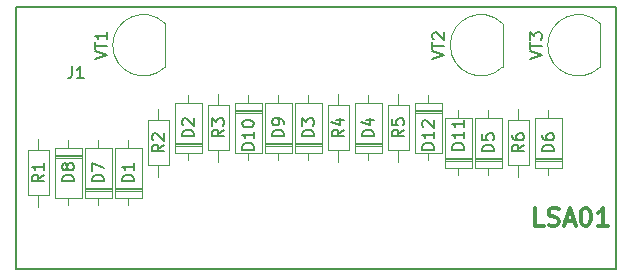
<source format=gbr>
G04 #@! TF.GenerationSoftware,KiCad,Pcbnew,(5.0.0)*
G04 #@! TF.CreationDate,2019-01-17T16:00:18+00:00*
G04 #@! TF.ProjectId,LS01,4C5330312E6B696361645F7063620000,rev?*
G04 #@! TF.SameCoordinates,Original*
G04 #@! TF.FileFunction,Legend,Top*
G04 #@! TF.FilePolarity,Positive*
%FSLAX46Y46*%
G04 Gerber Fmt 4.6, Leading zero omitted, Abs format (unit mm)*
G04 Created by KiCad (PCBNEW (5.0.0)) date 01/17/19 16:00:18*
%MOMM*%
%LPD*%
G01*
G04 APERTURE LIST*
%ADD10C,0.300000*%
%ADD11C,0.120000*%
%ADD12C,0.150000*%
G04 APERTURE END LIST*
D10*
X139918571Y-56558571D02*
X139204285Y-56558571D01*
X139204285Y-55058571D01*
X140347142Y-56487142D02*
X140561428Y-56558571D01*
X140918571Y-56558571D01*
X141061428Y-56487142D01*
X141132857Y-56415714D01*
X141204285Y-56272857D01*
X141204285Y-56130000D01*
X141132857Y-55987142D01*
X141061428Y-55915714D01*
X140918571Y-55844285D01*
X140632857Y-55772857D01*
X140490000Y-55701428D01*
X140418571Y-55630000D01*
X140347142Y-55487142D01*
X140347142Y-55344285D01*
X140418571Y-55201428D01*
X140490000Y-55130000D01*
X140632857Y-55058571D01*
X140990000Y-55058571D01*
X141204285Y-55130000D01*
X141775714Y-56130000D02*
X142490000Y-56130000D01*
X141632857Y-56558571D02*
X142132857Y-55058571D01*
X142632857Y-56558571D01*
X143418571Y-55058571D02*
X143561428Y-55058571D01*
X143704285Y-55130000D01*
X143775714Y-55201428D01*
X143847142Y-55344285D01*
X143918571Y-55630000D01*
X143918571Y-55987142D01*
X143847142Y-56272857D01*
X143775714Y-56415714D01*
X143704285Y-56487142D01*
X143561428Y-56558571D01*
X143418571Y-56558571D01*
X143275714Y-56487142D01*
X143204285Y-56415714D01*
X143132857Y-56272857D01*
X143061428Y-55987142D01*
X143061428Y-55630000D01*
X143132857Y-55344285D01*
X143204285Y-55201428D01*
X143275714Y-55130000D01*
X143418571Y-55058571D01*
X145347142Y-56558571D02*
X144490000Y-56558571D01*
X144918571Y-56558571D02*
X144918571Y-55058571D01*
X144775714Y-55272857D01*
X144632857Y-55415714D01*
X144490000Y-55487142D01*
D11*
G04 #@! TO.C,R1*
X98075000Y-50150000D02*
X96235000Y-50150000D01*
X96235000Y-50150000D02*
X96235000Y-53990000D01*
X96235000Y-53990000D02*
X98075000Y-53990000D01*
X98075000Y-53990000D02*
X98075000Y-50150000D01*
X97155000Y-49200000D02*
X97155000Y-50150000D01*
X97155000Y-54940000D02*
X97155000Y-53990000D01*
G04 #@! TO.C,D1*
X103655000Y-54190000D02*
X105895000Y-54190000D01*
X105895000Y-54190000D02*
X105895000Y-49950000D01*
X105895000Y-49950000D02*
X103655000Y-49950000D01*
X103655000Y-49950000D02*
X103655000Y-54190000D01*
X104775000Y-54840000D02*
X104775000Y-54190000D01*
X104775000Y-49300000D02*
X104775000Y-49950000D01*
X103655000Y-53470000D02*
X105895000Y-53470000D01*
X103655000Y-53350000D02*
X105895000Y-53350000D01*
X103655000Y-53590000D02*
X105895000Y-53590000D01*
G04 #@! TO.C,D2*
X108735000Y-50380000D02*
X110975000Y-50380000D01*
X110975000Y-50380000D02*
X110975000Y-46140000D01*
X110975000Y-46140000D02*
X108735000Y-46140000D01*
X108735000Y-46140000D02*
X108735000Y-50380000D01*
X109855000Y-51030000D02*
X109855000Y-50380000D01*
X109855000Y-45490000D02*
X109855000Y-46140000D01*
X108735000Y-49660000D02*
X110975000Y-49660000D01*
X108735000Y-49540000D02*
X110975000Y-49540000D01*
X108735000Y-49780000D02*
X110975000Y-49780000D01*
G04 #@! TO.C,D3*
X118895000Y-50380000D02*
X121135000Y-50380000D01*
X121135000Y-50380000D02*
X121135000Y-46140000D01*
X121135000Y-46140000D02*
X118895000Y-46140000D01*
X118895000Y-46140000D02*
X118895000Y-50380000D01*
X120015000Y-51030000D02*
X120015000Y-50380000D01*
X120015000Y-45490000D02*
X120015000Y-46140000D01*
X118895000Y-49660000D02*
X121135000Y-49660000D01*
X118895000Y-49540000D02*
X121135000Y-49540000D01*
X118895000Y-49780000D02*
X121135000Y-49780000D01*
G04 #@! TO.C,D4*
X123975000Y-50380000D02*
X126215000Y-50380000D01*
X126215000Y-50380000D02*
X126215000Y-46140000D01*
X126215000Y-46140000D02*
X123975000Y-46140000D01*
X123975000Y-46140000D02*
X123975000Y-50380000D01*
X125095000Y-51030000D02*
X125095000Y-50380000D01*
X125095000Y-45490000D02*
X125095000Y-46140000D01*
X123975000Y-49660000D02*
X126215000Y-49660000D01*
X123975000Y-49540000D02*
X126215000Y-49540000D01*
X123975000Y-49780000D02*
X126215000Y-49780000D01*
G04 #@! TO.C,D5*
X134135000Y-51650000D02*
X136375000Y-51650000D01*
X136375000Y-51650000D02*
X136375000Y-47410000D01*
X136375000Y-47410000D02*
X134135000Y-47410000D01*
X134135000Y-47410000D02*
X134135000Y-51650000D01*
X135255000Y-52300000D02*
X135255000Y-51650000D01*
X135255000Y-46760000D02*
X135255000Y-47410000D01*
X134135000Y-50930000D02*
X136375000Y-50930000D01*
X134135000Y-50810000D02*
X136375000Y-50810000D01*
X134135000Y-51050000D02*
X136375000Y-51050000D01*
G04 #@! TO.C,D6*
X139215000Y-51650000D02*
X141455000Y-51650000D01*
X141455000Y-51650000D02*
X141455000Y-47410000D01*
X141455000Y-47410000D02*
X139215000Y-47410000D01*
X139215000Y-47410000D02*
X139215000Y-51650000D01*
X140335000Y-52300000D02*
X140335000Y-51650000D01*
X140335000Y-46760000D02*
X140335000Y-47410000D01*
X139215000Y-50930000D02*
X141455000Y-50930000D01*
X139215000Y-50810000D02*
X141455000Y-50810000D01*
X139215000Y-51050000D02*
X141455000Y-51050000D01*
G04 #@! TO.C,D7*
X101115000Y-54190000D02*
X103355000Y-54190000D01*
X103355000Y-54190000D02*
X103355000Y-49950000D01*
X103355000Y-49950000D02*
X101115000Y-49950000D01*
X101115000Y-49950000D02*
X101115000Y-54190000D01*
X102235000Y-54840000D02*
X102235000Y-54190000D01*
X102235000Y-49300000D02*
X102235000Y-49950000D01*
X101115000Y-53470000D02*
X103355000Y-53470000D01*
X101115000Y-53350000D02*
X103355000Y-53350000D01*
X101115000Y-53590000D02*
X103355000Y-53590000D01*
G04 #@! TO.C,D8*
X100815000Y-49950000D02*
X98575000Y-49950000D01*
X98575000Y-49950000D02*
X98575000Y-54190000D01*
X98575000Y-54190000D02*
X100815000Y-54190000D01*
X100815000Y-54190000D02*
X100815000Y-49950000D01*
X99695000Y-49300000D02*
X99695000Y-49950000D01*
X99695000Y-54840000D02*
X99695000Y-54190000D01*
X100815000Y-50670000D02*
X98575000Y-50670000D01*
X100815000Y-50790000D02*
X98575000Y-50790000D01*
X100815000Y-50550000D02*
X98575000Y-50550000D01*
G04 #@! TO.C,D9*
X116355000Y-50380000D02*
X118595000Y-50380000D01*
X118595000Y-50380000D02*
X118595000Y-46140000D01*
X118595000Y-46140000D02*
X116355000Y-46140000D01*
X116355000Y-46140000D02*
X116355000Y-50380000D01*
X117475000Y-51030000D02*
X117475000Y-50380000D01*
X117475000Y-45490000D02*
X117475000Y-46140000D01*
X116355000Y-49660000D02*
X118595000Y-49660000D01*
X116355000Y-49540000D02*
X118595000Y-49540000D01*
X116355000Y-49780000D02*
X118595000Y-49780000D01*
G04 #@! TO.C,D10*
X116055000Y-46140000D02*
X113815000Y-46140000D01*
X113815000Y-46140000D02*
X113815000Y-50380000D01*
X113815000Y-50380000D02*
X116055000Y-50380000D01*
X116055000Y-50380000D02*
X116055000Y-46140000D01*
X114935000Y-45490000D02*
X114935000Y-46140000D01*
X114935000Y-51030000D02*
X114935000Y-50380000D01*
X116055000Y-46860000D02*
X113815000Y-46860000D01*
X116055000Y-46980000D02*
X113815000Y-46980000D01*
X116055000Y-46740000D02*
X113815000Y-46740000D01*
G04 #@! TO.C,D11*
X131595000Y-51650000D02*
X133835000Y-51650000D01*
X133835000Y-51650000D02*
X133835000Y-47410000D01*
X133835000Y-47410000D02*
X131595000Y-47410000D01*
X131595000Y-47410000D02*
X131595000Y-51650000D01*
X132715000Y-52300000D02*
X132715000Y-51650000D01*
X132715000Y-46760000D02*
X132715000Y-47410000D01*
X131595000Y-50930000D02*
X133835000Y-50930000D01*
X131595000Y-50810000D02*
X133835000Y-50810000D01*
X131595000Y-51050000D02*
X133835000Y-51050000D01*
G04 #@! TO.C,D12*
X131295000Y-46140000D02*
X129055000Y-46140000D01*
X129055000Y-46140000D02*
X129055000Y-50380000D01*
X129055000Y-50380000D02*
X131295000Y-50380000D01*
X131295000Y-50380000D02*
X131295000Y-46140000D01*
X130175000Y-45490000D02*
X130175000Y-46140000D01*
X130175000Y-51030000D02*
X130175000Y-50380000D01*
X131295000Y-46860000D02*
X129055000Y-46860000D01*
X131295000Y-46980000D02*
X129055000Y-46980000D01*
X131295000Y-46740000D02*
X129055000Y-46740000D01*
G04 #@! TO.C,R2*
X106395000Y-51450000D02*
X108235000Y-51450000D01*
X108235000Y-51450000D02*
X108235000Y-47610000D01*
X108235000Y-47610000D02*
X106395000Y-47610000D01*
X106395000Y-47610000D02*
X106395000Y-51450000D01*
X107315000Y-52400000D02*
X107315000Y-51450000D01*
X107315000Y-46660000D02*
X107315000Y-47610000D01*
G04 #@! TO.C,R3*
X113315000Y-46340000D02*
X111475000Y-46340000D01*
X111475000Y-46340000D02*
X111475000Y-50180000D01*
X111475000Y-50180000D02*
X113315000Y-50180000D01*
X113315000Y-50180000D02*
X113315000Y-46340000D01*
X112395000Y-45390000D02*
X112395000Y-46340000D01*
X112395000Y-51130000D02*
X112395000Y-50180000D01*
G04 #@! TO.C,R4*
X121635000Y-50180000D02*
X123475000Y-50180000D01*
X123475000Y-50180000D02*
X123475000Y-46340000D01*
X123475000Y-46340000D02*
X121635000Y-46340000D01*
X121635000Y-46340000D02*
X121635000Y-50180000D01*
X122555000Y-51130000D02*
X122555000Y-50180000D01*
X122555000Y-45390000D02*
X122555000Y-46340000D01*
G04 #@! TO.C,R5*
X128555000Y-46340000D02*
X126715000Y-46340000D01*
X126715000Y-46340000D02*
X126715000Y-50180000D01*
X126715000Y-50180000D02*
X128555000Y-50180000D01*
X128555000Y-50180000D02*
X128555000Y-46340000D01*
X127635000Y-45390000D02*
X127635000Y-46340000D01*
X127635000Y-51130000D02*
X127635000Y-50180000D01*
G04 #@! TO.C,R6*
X136875000Y-51450000D02*
X138715000Y-51450000D01*
X138715000Y-51450000D02*
X138715000Y-47610000D01*
X138715000Y-47610000D02*
X136875000Y-47610000D01*
X136875000Y-47610000D02*
X136875000Y-51450000D01*
X137795000Y-52400000D02*
X137795000Y-51450000D01*
X137795000Y-46660000D02*
X137795000Y-47610000D01*
G04 #@! TO.C,VT1*
X107895000Y-43075000D02*
X107895000Y-39475000D01*
X107883478Y-43113478D02*
G75*
G02X103445000Y-41275000I-1838478J1838478D01*
G01*
X107883478Y-39436522D02*
G75*
G03X103445000Y-41275000I-1838478J-1838478D01*
G01*
G04 #@! TO.C,VT2*
X136470000Y-43075000D02*
X136470000Y-39475000D01*
X136458478Y-43113478D02*
G75*
G02X132020000Y-41275000I-1838478J1838478D01*
G01*
X136458478Y-39436522D02*
G75*
G03X132020000Y-41275000I-1838478J-1838478D01*
G01*
G04 #@! TO.C,VT3*
X144725000Y-43075000D02*
X144725000Y-39475000D01*
X144713478Y-43113478D02*
G75*
G02X140275000Y-41275000I-1838478J1838478D01*
G01*
X144713478Y-39436522D02*
G75*
G03X140275000Y-41275000I-1838478J-1838478D01*
G01*
D12*
G04 #@! TO.C,J1*
X95250000Y-38036500D02*
X146050000Y-38036500D01*
X146050000Y-38036500D02*
X146050000Y-60261500D01*
X146050000Y-60261500D02*
X95250000Y-60261500D01*
X95250000Y-60261500D02*
X95250000Y-38036500D01*
G04 #@! TO.C,R1*
X97607380Y-52236666D02*
X97131190Y-52570000D01*
X97607380Y-52808095D02*
X96607380Y-52808095D01*
X96607380Y-52427142D01*
X96655000Y-52331904D01*
X96702619Y-52284285D01*
X96797857Y-52236666D01*
X96940714Y-52236666D01*
X97035952Y-52284285D01*
X97083571Y-52331904D01*
X97131190Y-52427142D01*
X97131190Y-52808095D01*
X97607380Y-51284285D02*
X97607380Y-51855714D01*
X97607380Y-51570000D02*
X96607380Y-51570000D01*
X96750238Y-51665238D01*
X96845476Y-51760476D01*
X96893095Y-51855714D01*
G04 #@! TO.C,D1*
X105227380Y-52808095D02*
X104227380Y-52808095D01*
X104227380Y-52570000D01*
X104275000Y-52427142D01*
X104370238Y-52331904D01*
X104465476Y-52284285D01*
X104655952Y-52236666D01*
X104798809Y-52236666D01*
X104989285Y-52284285D01*
X105084523Y-52331904D01*
X105179761Y-52427142D01*
X105227380Y-52570000D01*
X105227380Y-52808095D01*
X105227380Y-51284285D02*
X105227380Y-51855714D01*
X105227380Y-51570000D02*
X104227380Y-51570000D01*
X104370238Y-51665238D01*
X104465476Y-51760476D01*
X104513095Y-51855714D01*
G04 #@! TO.C,D2*
X110307380Y-48998095D02*
X109307380Y-48998095D01*
X109307380Y-48760000D01*
X109355000Y-48617142D01*
X109450238Y-48521904D01*
X109545476Y-48474285D01*
X109735952Y-48426666D01*
X109878809Y-48426666D01*
X110069285Y-48474285D01*
X110164523Y-48521904D01*
X110259761Y-48617142D01*
X110307380Y-48760000D01*
X110307380Y-48998095D01*
X109402619Y-48045714D02*
X109355000Y-47998095D01*
X109307380Y-47902857D01*
X109307380Y-47664761D01*
X109355000Y-47569523D01*
X109402619Y-47521904D01*
X109497857Y-47474285D01*
X109593095Y-47474285D01*
X109735952Y-47521904D01*
X110307380Y-48093333D01*
X110307380Y-47474285D01*
G04 #@! TO.C,D3*
X120467380Y-48998095D02*
X119467380Y-48998095D01*
X119467380Y-48760000D01*
X119515000Y-48617142D01*
X119610238Y-48521904D01*
X119705476Y-48474285D01*
X119895952Y-48426666D01*
X120038809Y-48426666D01*
X120229285Y-48474285D01*
X120324523Y-48521904D01*
X120419761Y-48617142D01*
X120467380Y-48760000D01*
X120467380Y-48998095D01*
X119467380Y-48093333D02*
X119467380Y-47474285D01*
X119848333Y-47807619D01*
X119848333Y-47664761D01*
X119895952Y-47569523D01*
X119943571Y-47521904D01*
X120038809Y-47474285D01*
X120276904Y-47474285D01*
X120372142Y-47521904D01*
X120419761Y-47569523D01*
X120467380Y-47664761D01*
X120467380Y-47950476D01*
X120419761Y-48045714D01*
X120372142Y-48093333D01*
G04 #@! TO.C,D4*
X125547380Y-48998095D02*
X124547380Y-48998095D01*
X124547380Y-48760000D01*
X124595000Y-48617142D01*
X124690238Y-48521904D01*
X124785476Y-48474285D01*
X124975952Y-48426666D01*
X125118809Y-48426666D01*
X125309285Y-48474285D01*
X125404523Y-48521904D01*
X125499761Y-48617142D01*
X125547380Y-48760000D01*
X125547380Y-48998095D01*
X124880714Y-47569523D02*
X125547380Y-47569523D01*
X124499761Y-47807619D02*
X125214047Y-48045714D01*
X125214047Y-47426666D01*
G04 #@! TO.C,D5*
X135707380Y-50268095D02*
X134707380Y-50268095D01*
X134707380Y-50030000D01*
X134755000Y-49887142D01*
X134850238Y-49791904D01*
X134945476Y-49744285D01*
X135135952Y-49696666D01*
X135278809Y-49696666D01*
X135469285Y-49744285D01*
X135564523Y-49791904D01*
X135659761Y-49887142D01*
X135707380Y-50030000D01*
X135707380Y-50268095D01*
X134707380Y-48791904D02*
X134707380Y-49268095D01*
X135183571Y-49315714D01*
X135135952Y-49268095D01*
X135088333Y-49172857D01*
X135088333Y-48934761D01*
X135135952Y-48839523D01*
X135183571Y-48791904D01*
X135278809Y-48744285D01*
X135516904Y-48744285D01*
X135612142Y-48791904D01*
X135659761Y-48839523D01*
X135707380Y-48934761D01*
X135707380Y-49172857D01*
X135659761Y-49268095D01*
X135612142Y-49315714D01*
G04 #@! TO.C,D6*
X140787380Y-50268095D02*
X139787380Y-50268095D01*
X139787380Y-50030000D01*
X139835000Y-49887142D01*
X139930238Y-49791904D01*
X140025476Y-49744285D01*
X140215952Y-49696666D01*
X140358809Y-49696666D01*
X140549285Y-49744285D01*
X140644523Y-49791904D01*
X140739761Y-49887142D01*
X140787380Y-50030000D01*
X140787380Y-50268095D01*
X139787380Y-48839523D02*
X139787380Y-49030000D01*
X139835000Y-49125238D01*
X139882619Y-49172857D01*
X140025476Y-49268095D01*
X140215952Y-49315714D01*
X140596904Y-49315714D01*
X140692142Y-49268095D01*
X140739761Y-49220476D01*
X140787380Y-49125238D01*
X140787380Y-48934761D01*
X140739761Y-48839523D01*
X140692142Y-48791904D01*
X140596904Y-48744285D01*
X140358809Y-48744285D01*
X140263571Y-48791904D01*
X140215952Y-48839523D01*
X140168333Y-48934761D01*
X140168333Y-49125238D01*
X140215952Y-49220476D01*
X140263571Y-49268095D01*
X140358809Y-49315714D01*
G04 #@! TO.C,D7*
X102687380Y-52808095D02*
X101687380Y-52808095D01*
X101687380Y-52570000D01*
X101735000Y-52427142D01*
X101830238Y-52331904D01*
X101925476Y-52284285D01*
X102115952Y-52236666D01*
X102258809Y-52236666D01*
X102449285Y-52284285D01*
X102544523Y-52331904D01*
X102639761Y-52427142D01*
X102687380Y-52570000D01*
X102687380Y-52808095D01*
X101687380Y-51903333D02*
X101687380Y-51236666D01*
X102687380Y-51665238D01*
G04 #@! TO.C,D8*
X100147380Y-52808095D02*
X99147380Y-52808095D01*
X99147380Y-52570000D01*
X99195000Y-52427142D01*
X99290238Y-52331904D01*
X99385476Y-52284285D01*
X99575952Y-52236666D01*
X99718809Y-52236666D01*
X99909285Y-52284285D01*
X100004523Y-52331904D01*
X100099761Y-52427142D01*
X100147380Y-52570000D01*
X100147380Y-52808095D01*
X99575952Y-51665238D02*
X99528333Y-51760476D01*
X99480714Y-51808095D01*
X99385476Y-51855714D01*
X99337857Y-51855714D01*
X99242619Y-51808095D01*
X99195000Y-51760476D01*
X99147380Y-51665238D01*
X99147380Y-51474761D01*
X99195000Y-51379523D01*
X99242619Y-51331904D01*
X99337857Y-51284285D01*
X99385476Y-51284285D01*
X99480714Y-51331904D01*
X99528333Y-51379523D01*
X99575952Y-51474761D01*
X99575952Y-51665238D01*
X99623571Y-51760476D01*
X99671190Y-51808095D01*
X99766428Y-51855714D01*
X99956904Y-51855714D01*
X100052142Y-51808095D01*
X100099761Y-51760476D01*
X100147380Y-51665238D01*
X100147380Y-51474761D01*
X100099761Y-51379523D01*
X100052142Y-51331904D01*
X99956904Y-51284285D01*
X99766428Y-51284285D01*
X99671190Y-51331904D01*
X99623571Y-51379523D01*
X99575952Y-51474761D01*
G04 #@! TO.C,D9*
X117927380Y-48998095D02*
X116927380Y-48998095D01*
X116927380Y-48760000D01*
X116975000Y-48617142D01*
X117070238Y-48521904D01*
X117165476Y-48474285D01*
X117355952Y-48426666D01*
X117498809Y-48426666D01*
X117689285Y-48474285D01*
X117784523Y-48521904D01*
X117879761Y-48617142D01*
X117927380Y-48760000D01*
X117927380Y-48998095D01*
X117927380Y-47950476D02*
X117927380Y-47760000D01*
X117879761Y-47664761D01*
X117832142Y-47617142D01*
X117689285Y-47521904D01*
X117498809Y-47474285D01*
X117117857Y-47474285D01*
X117022619Y-47521904D01*
X116975000Y-47569523D01*
X116927380Y-47664761D01*
X116927380Y-47855238D01*
X116975000Y-47950476D01*
X117022619Y-47998095D01*
X117117857Y-48045714D01*
X117355952Y-48045714D01*
X117451190Y-47998095D01*
X117498809Y-47950476D01*
X117546428Y-47855238D01*
X117546428Y-47664761D01*
X117498809Y-47569523D01*
X117451190Y-47521904D01*
X117355952Y-47474285D01*
G04 #@! TO.C,D10*
X115387380Y-50109285D02*
X114387380Y-50109285D01*
X114387380Y-49871190D01*
X114435000Y-49728333D01*
X114530238Y-49633095D01*
X114625476Y-49585476D01*
X114815952Y-49537857D01*
X114958809Y-49537857D01*
X115149285Y-49585476D01*
X115244523Y-49633095D01*
X115339761Y-49728333D01*
X115387380Y-49871190D01*
X115387380Y-50109285D01*
X115387380Y-48585476D02*
X115387380Y-49156904D01*
X115387380Y-48871190D02*
X114387380Y-48871190D01*
X114530238Y-48966428D01*
X114625476Y-49061666D01*
X114673095Y-49156904D01*
X114387380Y-47966428D02*
X114387380Y-47871190D01*
X114435000Y-47775952D01*
X114482619Y-47728333D01*
X114577857Y-47680714D01*
X114768333Y-47633095D01*
X115006428Y-47633095D01*
X115196904Y-47680714D01*
X115292142Y-47728333D01*
X115339761Y-47775952D01*
X115387380Y-47871190D01*
X115387380Y-47966428D01*
X115339761Y-48061666D01*
X115292142Y-48109285D01*
X115196904Y-48156904D01*
X115006428Y-48204523D01*
X114768333Y-48204523D01*
X114577857Y-48156904D01*
X114482619Y-48109285D01*
X114435000Y-48061666D01*
X114387380Y-47966428D01*
G04 #@! TO.C,D11*
X133167380Y-50109285D02*
X132167380Y-50109285D01*
X132167380Y-49871190D01*
X132215000Y-49728333D01*
X132310238Y-49633095D01*
X132405476Y-49585476D01*
X132595952Y-49537857D01*
X132738809Y-49537857D01*
X132929285Y-49585476D01*
X133024523Y-49633095D01*
X133119761Y-49728333D01*
X133167380Y-49871190D01*
X133167380Y-50109285D01*
X133167380Y-48585476D02*
X133167380Y-49156904D01*
X133167380Y-48871190D02*
X132167380Y-48871190D01*
X132310238Y-48966428D01*
X132405476Y-49061666D01*
X132453095Y-49156904D01*
X133167380Y-47633095D02*
X133167380Y-48204523D01*
X133167380Y-47918809D02*
X132167380Y-47918809D01*
X132310238Y-48014047D01*
X132405476Y-48109285D01*
X132453095Y-48204523D01*
G04 #@! TO.C,D12*
X130627380Y-50109285D02*
X129627380Y-50109285D01*
X129627380Y-49871190D01*
X129675000Y-49728333D01*
X129770238Y-49633095D01*
X129865476Y-49585476D01*
X130055952Y-49537857D01*
X130198809Y-49537857D01*
X130389285Y-49585476D01*
X130484523Y-49633095D01*
X130579761Y-49728333D01*
X130627380Y-49871190D01*
X130627380Y-50109285D01*
X130627380Y-48585476D02*
X130627380Y-49156904D01*
X130627380Y-48871190D02*
X129627380Y-48871190D01*
X129770238Y-48966428D01*
X129865476Y-49061666D01*
X129913095Y-49156904D01*
X129722619Y-48204523D02*
X129675000Y-48156904D01*
X129627380Y-48061666D01*
X129627380Y-47823571D01*
X129675000Y-47728333D01*
X129722619Y-47680714D01*
X129817857Y-47633095D01*
X129913095Y-47633095D01*
X130055952Y-47680714D01*
X130627380Y-48252142D01*
X130627380Y-47633095D01*
G04 #@! TO.C,R2*
X107767380Y-49696666D02*
X107291190Y-50030000D01*
X107767380Y-50268095D02*
X106767380Y-50268095D01*
X106767380Y-49887142D01*
X106815000Y-49791904D01*
X106862619Y-49744285D01*
X106957857Y-49696666D01*
X107100714Y-49696666D01*
X107195952Y-49744285D01*
X107243571Y-49791904D01*
X107291190Y-49887142D01*
X107291190Y-50268095D01*
X106862619Y-49315714D02*
X106815000Y-49268095D01*
X106767380Y-49172857D01*
X106767380Y-48934761D01*
X106815000Y-48839523D01*
X106862619Y-48791904D01*
X106957857Y-48744285D01*
X107053095Y-48744285D01*
X107195952Y-48791904D01*
X107767380Y-49363333D01*
X107767380Y-48744285D01*
G04 #@! TO.C,R3*
X112847380Y-48426666D02*
X112371190Y-48760000D01*
X112847380Y-48998095D02*
X111847380Y-48998095D01*
X111847380Y-48617142D01*
X111895000Y-48521904D01*
X111942619Y-48474285D01*
X112037857Y-48426666D01*
X112180714Y-48426666D01*
X112275952Y-48474285D01*
X112323571Y-48521904D01*
X112371190Y-48617142D01*
X112371190Y-48998095D01*
X111847380Y-48093333D02*
X111847380Y-47474285D01*
X112228333Y-47807619D01*
X112228333Y-47664761D01*
X112275952Y-47569523D01*
X112323571Y-47521904D01*
X112418809Y-47474285D01*
X112656904Y-47474285D01*
X112752142Y-47521904D01*
X112799761Y-47569523D01*
X112847380Y-47664761D01*
X112847380Y-47950476D01*
X112799761Y-48045714D01*
X112752142Y-48093333D01*
G04 #@! TO.C,R4*
X123007380Y-48426666D02*
X122531190Y-48760000D01*
X123007380Y-48998095D02*
X122007380Y-48998095D01*
X122007380Y-48617142D01*
X122055000Y-48521904D01*
X122102619Y-48474285D01*
X122197857Y-48426666D01*
X122340714Y-48426666D01*
X122435952Y-48474285D01*
X122483571Y-48521904D01*
X122531190Y-48617142D01*
X122531190Y-48998095D01*
X122340714Y-47569523D02*
X123007380Y-47569523D01*
X121959761Y-47807619D02*
X122674047Y-48045714D01*
X122674047Y-47426666D01*
G04 #@! TO.C,R5*
X128087380Y-48426666D02*
X127611190Y-48760000D01*
X128087380Y-48998095D02*
X127087380Y-48998095D01*
X127087380Y-48617142D01*
X127135000Y-48521904D01*
X127182619Y-48474285D01*
X127277857Y-48426666D01*
X127420714Y-48426666D01*
X127515952Y-48474285D01*
X127563571Y-48521904D01*
X127611190Y-48617142D01*
X127611190Y-48998095D01*
X127087380Y-47521904D02*
X127087380Y-47998095D01*
X127563571Y-48045714D01*
X127515952Y-47998095D01*
X127468333Y-47902857D01*
X127468333Y-47664761D01*
X127515952Y-47569523D01*
X127563571Y-47521904D01*
X127658809Y-47474285D01*
X127896904Y-47474285D01*
X127992142Y-47521904D01*
X128039761Y-47569523D01*
X128087380Y-47664761D01*
X128087380Y-47902857D01*
X128039761Y-47998095D01*
X127992142Y-48045714D01*
G04 #@! TO.C,R6*
X138247380Y-49696666D02*
X137771190Y-50030000D01*
X138247380Y-50268095D02*
X137247380Y-50268095D01*
X137247380Y-49887142D01*
X137295000Y-49791904D01*
X137342619Y-49744285D01*
X137437857Y-49696666D01*
X137580714Y-49696666D01*
X137675952Y-49744285D01*
X137723571Y-49791904D01*
X137771190Y-49887142D01*
X137771190Y-50268095D01*
X137247380Y-48839523D02*
X137247380Y-49030000D01*
X137295000Y-49125238D01*
X137342619Y-49172857D01*
X137485476Y-49268095D01*
X137675952Y-49315714D01*
X138056904Y-49315714D01*
X138152142Y-49268095D01*
X138199761Y-49220476D01*
X138247380Y-49125238D01*
X138247380Y-48934761D01*
X138199761Y-48839523D01*
X138152142Y-48791904D01*
X138056904Y-48744285D01*
X137818809Y-48744285D01*
X137723571Y-48791904D01*
X137675952Y-48839523D01*
X137628333Y-48934761D01*
X137628333Y-49125238D01*
X137675952Y-49220476D01*
X137723571Y-49268095D01*
X137818809Y-49315714D01*
G04 #@! TO.C,VT1*
X101937380Y-42465476D02*
X102937380Y-42132142D01*
X101937380Y-41798809D01*
X101937380Y-41608333D02*
X101937380Y-41036904D01*
X102937380Y-41322619D02*
X101937380Y-41322619D01*
X102937380Y-40179761D02*
X102937380Y-40751190D01*
X102937380Y-40465476D02*
X101937380Y-40465476D01*
X102080238Y-40560714D01*
X102175476Y-40655952D01*
X102223095Y-40751190D01*
G04 #@! TO.C,VT2*
X130512380Y-42465476D02*
X131512380Y-42132142D01*
X130512380Y-41798809D01*
X130512380Y-41608333D02*
X130512380Y-41036904D01*
X131512380Y-41322619D02*
X130512380Y-41322619D01*
X130607619Y-40751190D02*
X130560000Y-40703571D01*
X130512380Y-40608333D01*
X130512380Y-40370238D01*
X130560000Y-40275000D01*
X130607619Y-40227380D01*
X130702857Y-40179761D01*
X130798095Y-40179761D01*
X130940952Y-40227380D01*
X131512380Y-40798809D01*
X131512380Y-40179761D01*
G04 #@! TO.C,VT3*
X138767380Y-42465476D02*
X139767380Y-42132142D01*
X138767380Y-41798809D01*
X138767380Y-41608333D02*
X138767380Y-41036904D01*
X139767380Y-41322619D02*
X138767380Y-41322619D01*
X138767380Y-40798809D02*
X138767380Y-40179761D01*
X139148333Y-40513095D01*
X139148333Y-40370238D01*
X139195952Y-40275000D01*
X139243571Y-40227380D01*
X139338809Y-40179761D01*
X139576904Y-40179761D01*
X139672142Y-40227380D01*
X139719761Y-40275000D01*
X139767380Y-40370238D01*
X139767380Y-40655952D01*
X139719761Y-40751190D01*
X139672142Y-40798809D01*
G04 #@! TO.C,J1*
X99996666Y-43068880D02*
X99996666Y-43783166D01*
X99949047Y-43926023D01*
X99853809Y-44021261D01*
X99710952Y-44068880D01*
X99615714Y-44068880D01*
X100996666Y-44068880D02*
X100425238Y-44068880D01*
X100710952Y-44068880D02*
X100710952Y-43068880D01*
X100615714Y-43211738D01*
X100520476Y-43306976D01*
X100425238Y-43354595D01*
G04 #@! TD*
M02*

</source>
